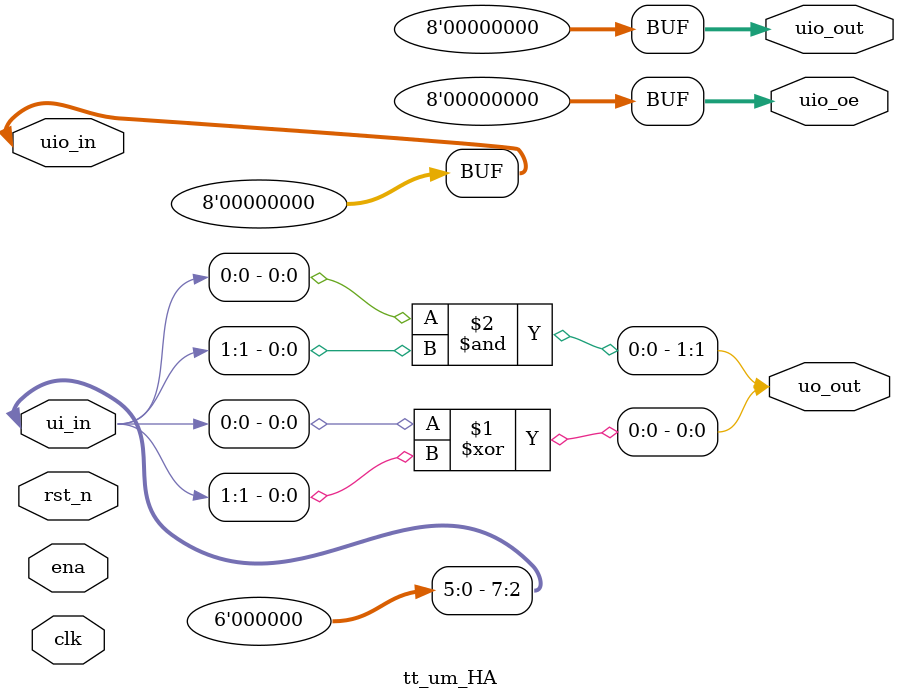
<source format=v>
/*
 * Copyright (c) 2024 Your Name
 * SPDX-License-Identifier: Apache-2.0
 */

`define default_netname none

module tt_um_HA (
    input  wire [7:0] ui_in,    // Dedicated inputs
    output wire [7:0] uo_out,   // Dedicated outputs
    input  wire [7:0] uio_in,   // IOs: Input path
    output wire [7:0] uio_out,  // IOs: Output path
    output wire [7:0] uio_oe,   // IOs: Enable path (active high: 0=input, 1=output)
    input  wire       ena,      // will go high when the design is enabled
    input  wire       clk,      // clock
    input  wire       rst_n     // reset_n - low to reset
);

  // All output pins must be assigned. If not used, assign to 0.
 // assign uo_out  = ui_in + uio_in;  // Example: ou_out is the sum of ui_in and uio_in
    assign ui_in[7:2]=6'b000000;
    assign ui_out[7:2]=6'b000000;
    assign uio_in = 0;
  assign uio_out = 0;
  assign uio_oe  = 0;
    assign uo_out[0] = ui_in[0] ^ ui_in[1] ; // assigning sum
    assign uo_out[1] = ui_in[0] & ui_in[1] ; // assigning carry
endmodule

</source>
